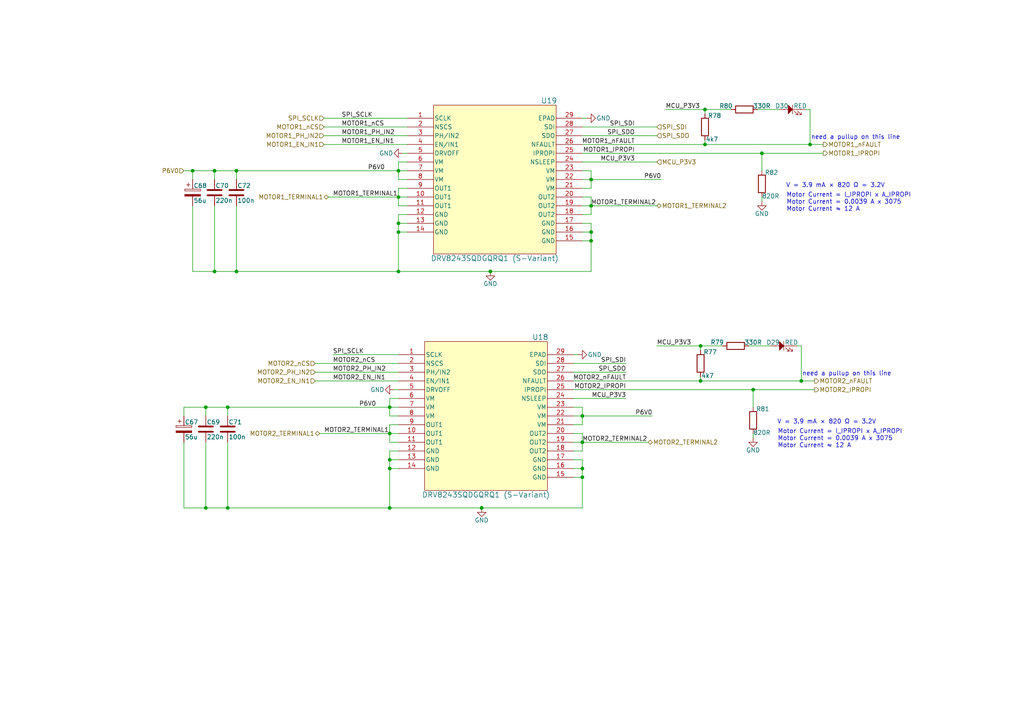
<source format=kicad_sch>
(kicad_sch (version 20250114) (generator "eeschema") (generator_version "9.0")
  (paper "A4")
  (lib_symbols
    (symbol "DRV8243SQDGQRQ1:DRV8243SQDGQRQ1" (pin_names (offset 0.254))
      (property "Reference" "U" (at 25.4 10.16 0))
      (property "Value" "DRV8243SQDGQRQ1" (at 25.4 7.62 0))
      (symbol "DRV8243SQDGQRQ1_0_1"
        (pin input line (at 0 0 0) (length 7.62) (name "SCLK") (number "1"))
        (pin input line (at 0 -2.54 0) (length 7.62) (name "NSCS") (number "2"))
        (pin input line (at 0 -5.08 0) (length 7.62) (name "PH/IN2") (number "3"))
        (pin input line (at 0 -7.62 0) (length 7.62) (name "EN/IN1") (number "4"))
        (pin input line (at 0 -10.16 0) (length 7.62) (name "DRVOFF") (number "5"))
        (pin power_in line (at 0 -12.7 0) (length 7.62) (name "VM") (number "6"))
        (pin power_in line (at 0 -15.24 0) (length 7.62) (name "VM") (number "7"))
        (pin power_in line (at 0 -17.78 0) (length 7.62) (name "VM") (number "8"))
        (pin output line (at 0 -20.32 0) (length 7.62) (name "OUT1") (number "9"))
        (pin output line (at 0 -22.86 0) (length 7.62) (name "OUT1") (number "10"))
        (pin output line (at 0 -25.4 0) (length 7.62) (name "OUT1") (number "11"))
        (pin power_out line (at 0 -27.94 0) (length 7.62) (name "GND") (number "12"))
        (pin power_out line (at 0 -30.48 0) (length 7.62) (name "GND") (number "13"))
        (pin power_out line (at 0 -33.02 0) (length 7.62) (name "GND") (number "14"))
        (pin power_out line (at 50.8 0 180) (length 7.62) (name "EPAD") (number "29"))
        (pin input line (at 50.8 -2.54 180) (length 7.62) (name "SDI") (number "28"))
        (pin output line (at 50.8 -5.08 180) (length 7.62) (name "SDO") (number "27"))
        (pin output line (at 50.8 -7.62 180) (length 7.62) (name "NFAULT") (number "26"))
        (pin bidirectional line (at 50.8 -10.16 180) (length 7.62) (name "IPROPI") (number "25"))
        (pin input line (at 50.8 -12.7 180) (length 7.62) (name "NSLEEP") (number "24"))
        (pin power_in line (at 50.8 -15.24 180) (length 7.62) (name "VM") (number "23"))
        (pin power_in line (at 50.8 -17.78 180) (length 7.62) (name "VM") (number "22"))
        (pin power_in line (at 50.8 -20.32 180) (length 7.62) (name "VM") (number "21"))
        (pin output line (at 50.8 -22.86 180) (length 7.62) (name "OUT2") (number "20"))
        (pin output line (at 50.8 -25.4 180) (length 7.62) (name "OUT2") (number "19"))
        (pin output line (at 50.8 -27.94 180) (length 7.62) (name "OUT2") (number "18"))
        (pin power_out line (at 50.8 -30.48 180) (length 7.62) (name "GND") (number "17"))
        (pin power_out line (at 50.8 -33.02 180) (length 7.62) (name "GND") (number "16"))
        (pin power_out line (at 50.8 -35.56 180) (length 7.62) (name "GND") (number "15"))
      )
      (symbol "DRV8243SQDGQRQ1_1_1"
        (rectangle (start 7.62 3.81) (end 43.18 -39.37) (fill (type background)))
      )
    )
    (symbol "Device:C" (pin_numbers (hide yes)) (pin_names (offset 0.254))
      (property "Reference" "C" (at 0.635 2.54 0))
      (property "Value" "C" (at 0.635 -2.54 0))
      (symbol "C_0_1"
        (polyline (pts (xy -2.032 0.762) (xy 2.032 0.762)) (stroke (width 0.508)))
        (polyline (pts (xy -2.032 -0.762) (xy 2.032 -0.762)) (stroke (width 0.508)))
      )
      (symbol "C_1_1"
        (pin passive line (at 0 3.81 270) (length 2.794) (name "~") (number "1"))
        (pin passive line (at 0 -3.81 90) (length 2.794) (name "~") (number "2"))
      )
    )
    (symbol "Device:C_Polarized" (pin_numbers (hide yes)) (pin_names (offset 0.254))
      (property "Reference" "C" (at 0.635 2.54 0))
      (property "Value" "C_Polarized" (at 0.635 -2.54 0))
      (symbol "C_Polarized_0_1"
        (rectangle (start -2.286 0.508) (end 2.286 1.016))
        (polyline (pts (xy -1.778 2.286) (xy -0.762 2.286)))
        (polyline (pts (xy -1.27 2.794) (xy -1.27 1.778)))
        (rectangle (start 2.286 -0.508) (end -2.286 -1.016) (fill (type outline)))
      )
      (symbol "C_Polarized_1_1"
        (pin passive line (at 0 3.81 270) (length 2.794) (name "~") (number "1"))
        (pin passive line (at 0 -3.81 90) (length 2.794) (name "~") (number "2"))
      )
    )
    (symbol "Device:R" (pin_numbers (hide yes)) (pin_names (offset 0))
      (property "Reference" "R" (at 2.032 0 90))
      (property "Value" "R" (at 0 0 90))
      (symbol "R_0_1"
        (rectangle (start -1.016 -2.54) (end 1.016 2.54) (stroke (width 0.254)))
      )
      (symbol "R_1_1"
        (pin passive line (at 0 3.81 270) (length 1.27) (name "~") (number "1"))
        (pin passive line (at 0 -3.81 90) (length 1.27) (name "~") (number "2"))
      )
    )
    (symbol "PCM_SL_Devices:LED"
      (property "Reference" "D" (at -0.508 5.334 0))
      (property "Value" "LED" (at -0.508 2.794 0))
      (symbol "LED_0_1"
        (polyline (pts (xy -1.27 0) (xy -2.54 0)))
        (polyline (pts (xy 0 1.27) (xy 0 -1.27)))
        (polyline (pts (xy 0 0) (xy -1.27 -1.27) (xy -1.27 1.27) (xy 0 0) (xy 1.27 0)) (fill (type outline)))
        (polyline (pts (xy 0.508 0.508) (xy 1.524 1.524)))
        (polyline (pts (xy 1.27 0) (xy 2.54 0)))
        (polyline (pts (xy 1.524 1.524) (xy 0.889 1.524)))
        (polyline (pts (xy 1.524 1.524) (xy 1.524 0.889)))
        (polyline (pts (xy 1.524 0.508) (xy 2.54 1.524)))
        (polyline (pts (xy 2.54 1.524) (xy 1.905 1.524)))
        (polyline (pts (xy 2.54 1.524) (xy 2.54 0.889)))
      )
      (symbol "LED_1_1"
        (pin passive line (at -3.81 0 0) (length 1.5) (name "") (number "2"))
        (pin passive line (at 3.81 0 180) (length 1.5) (name "~") (number "1"))
      )
    )
    (symbol "power:GND" (power) (pin_numbers (hide yes)) (pin_names (offset 0) (hide yes))
      (property "Value" "GND" (at 0 -3.81 0))
      (symbol "GND_0_1"
        (polyline (pts (xy 0 0) (xy 0 -1.27) (xy 1.27 -1.27) (xy 0 -2.54) (xy -1.27 -1.27) (xy 0 -1.27)))
      )
      (symbol "GND_1_1"
        (pin power_in line (at 0 0 270) (length 0) (name "~") (number "1"))
      )
    )
  )
  (text "Motor Current = I_IPROPI x A_IPROPI\nMotor Current = 0.0039 A x 3075\nMotor Current ≈ 12 A\n\n" (at 225.552 128.27 0) (effects (font (size 1.27 1.27)) (justify left)))
  (text "V = 3.9 mA × 820 Ω = 3.2V" (at 242.316 53.848 0) (effects (font (size 1.27 1.27))))
  (text "need a pullup on this line" (at 248.158 39.878 0) (effects (font (size 1.27 1.27))))
  (text "need a pullup on this line" (at 245.618 108.458 0) (effects (font (size 1.27 1.27))))
  (text "Motor Current = I_IPROPI x A_IPROPI\nMotor Current = 0.0039 A x 3075\nMotor Current ≈ 12 A\n\n" (at 228.092 59.69 0) (effects (font (size 1.27 1.27)) (justify left)))
  (text "V = 3.9 mA × 820 Ω = 3.2V" (at 239.776 122.428 0) (effects (font (size 1.27 1.27))))
  (junction (at 139.7 147.32))
  (junction (at 68.58 78.74))
  (junction (at 113.03 133.35))
  (junction (at 203.2 110.49))
  (junction (at 171.45 59.69))
  (junction (at 66.04 118.11))
  (junction (at 203.2 100.33))
  (junction (at 113.03 118.11))
  (junction (at 171.45 67.31))
  (junction (at 218.44 113.03))
  (junction (at 232.41 110.49))
  (junction (at 168.91 128.27))
  (junction (at 115.57 64.77))
  (junction (at 115.57 67.31))
  (junction (at 204.47 31.75))
  (junction (at 171.45 52.07))
  (junction (at 234.95 41.91))
  (junction (at 171.45 69.85))
  (junction (at 59.69 147.32))
  (junction (at 113.03 147.32))
  (junction (at 113.03 125.73))
  (junction (at 115.57 78.74))
  (junction (at 59.69 118.11))
  (junction (at 168.91 138.43))
  (junction (at 66.04 147.32))
  (junction (at 55.88 49.53))
  (junction (at 204.47 41.91))
  (junction (at 113.03 135.89))
  (junction (at 220.98 44.45))
  (junction (at 168.91 120.65))
  (junction (at 62.23 49.53))
  (junction (at 68.58 49.53))
  (junction (at 115.57 57.15))
  (junction (at 142.24 78.74))
  (junction (at 168.91 135.89))
  (junction (at 62.23 78.74))
  (junction (at 115.57 49.53))
  (wire (pts (xy 91.44 110.49) (xy 115.57 110.49)))
  (wire (pts (xy 115.57 62.23) (xy 118.11 62.23)))
  (wire (pts (xy 166.37 102.87) (xy 167.64 102.87)))
  (wire (pts (xy 113.03 118.11) (xy 115.57 118.11)))
  (wire (pts (xy 66.04 128.27) (xy 66.04 147.32)))
  (wire (pts (xy 113.03 135.89) (xy 115.57 135.89)))
  (wire (pts (xy 204.47 40.64) (xy 204.47 41.91)))
  (wire (pts (xy 113.03 125.73) (xy 115.57 125.73)))
  (wire (pts (xy 91.44 107.95) (xy 115.57 107.95)))
  (wire (pts (xy 190.5 36.83) (xy 168.91 36.83)))
  (wire (pts (xy 168.91 120.65) (xy 168.91 123.19)))
  (wire (pts (xy 113.03 135.89) (xy 113.03 147.32)))
  (wire (pts (xy 113.03 130.81) (xy 115.57 130.81)))
  (wire (pts (xy 171.45 49.53) (xy 171.45 52.07)))
  (wire (pts (xy 115.57 64.77) (xy 118.11 64.77)))
  (wire (pts (xy 115.57 54.61) (xy 115.57 57.15)))
  (wire (pts (xy 168.91 118.11) (xy 168.91 120.65)))
  (wire (pts (xy 168.91 41.91) (xy 204.47 41.91)))
  (wire (pts (xy 115.57 57.15) (xy 118.11 57.15)))
  (wire (pts (xy 53.34 147.32) (xy 59.69 147.32)))
  (wire (pts (xy 115.57 57.15) (xy 115.57 59.69)))
  (wire (pts (xy 115.57 67.31) (xy 115.57 78.74)))
  (wire (pts (xy 234.95 31.75) (xy 234.95 41.91)))
  (wire (pts (xy 234.95 41.91) (xy 238.76 41.91)))
  (wire (pts (xy 59.69 147.32) (xy 66.04 147.32)))
  (wire (pts (xy 220.98 57.15) (xy 220.98 58.42)))
  (wire (pts (xy 59.69 128.27) (xy 59.69 147.32)))
  (wire (pts (xy 55.88 49.53) (xy 62.23 49.53)))
  (wire (pts (xy 66.04 147.32) (xy 113.03 147.32)))
  (wire (pts (xy 113.03 125.73) (xy 113.03 128.27)))
  (wire (pts (xy 93.98 41.91) (xy 118.11 41.91)))
  (wire (pts (xy 166.37 115.57) (xy 181.61 115.57)))
  (wire (pts (xy 93.98 34.29) (xy 118.11 34.29)))
  (wire (pts (xy 68.58 49.53) (xy 115.57 49.53)))
  (wire (pts (xy 115.57 64.77) (xy 115.57 67.31)))
  (wire (pts (xy 217.17 100.33) (xy 223.52 100.33)))
  (wire (pts (xy 53.34 118.11) (xy 59.69 118.11)))
  (wire (pts (xy 168.91 62.23) (xy 171.45 62.23)))
  (wire (pts (xy 113.03 118.11) (xy 113.03 120.65)))
  (wire (pts (xy 168.91 52.07) (xy 171.45 52.07)))
  (wire (pts (xy 168.91 138.43) (xy 168.91 147.32)))
  (wire (pts (xy 190.5 100.33) (xy 203.2 100.33)))
  (wire (pts (xy 55.88 49.53) (xy 55.88 52.07)))
  (wire (pts (xy 114.3 113.03) (xy 115.57 113.03)))
  (wire (pts (xy 168.91 34.29) (xy 170.18 34.29)))
  (wire (pts (xy 62.23 78.74) (xy 68.58 78.74)))
  (wire (pts (xy 113.03 133.35) (xy 115.57 133.35)))
  (wire (pts (xy 203.2 109.22) (xy 203.2 110.49)))
  (wire (pts (xy 113.03 115.57) (xy 115.57 115.57)))
  (wire (pts (xy 168.91 64.77) (xy 171.45 64.77)))
  (wire (pts (xy 115.57 49.53) (xy 118.11 49.53)))
  (wire (pts (xy 113.03 115.57) (xy 113.03 118.11)))
  (wire (pts (xy 142.24 78.74) (xy 171.45 78.74)))
  (wire (pts (xy 55.88 78.74) (xy 62.23 78.74)))
  (wire (pts (xy 115.57 62.23) (xy 115.57 64.77)))
  (wire (pts (xy 232.41 100.33) (xy 232.41 110.49)))
  (wire (pts (xy 190.5 39.37) (xy 168.91 39.37)))
  (wire (pts (xy 168.91 120.65) (xy 189.23 120.65)))
  (wire (pts (xy 166.37 138.43) (xy 168.91 138.43)))
  (wire (pts (xy 113.03 123.19) (xy 113.03 125.73)))
  (wire (pts (xy 166.37 135.89) (xy 168.91 135.89)))
  (wire (pts (xy 168.91 133.35) (xy 168.91 135.89)))
  (wire (pts (xy 204.47 31.75) (xy 204.47 33.02)))
  (wire (pts (xy 166.37 123.19) (xy 168.91 123.19)))
  (wire (pts (xy 193.04 31.75) (xy 204.47 31.75)))
  (wire (pts (xy 55.88 59.69) (xy 55.88 78.74)))
  (wire (pts (xy 218.44 113.03) (xy 236.22 113.03)))
  (wire (pts (xy 166.37 120.65) (xy 168.91 120.65)))
  (wire (pts (xy 218.44 113.03) (xy 218.44 118.11)))
  (wire (pts (xy 116.84 44.45) (xy 118.11 44.45)))
  (wire (pts (xy 231.14 100.33) (xy 232.41 100.33)))
  (wire (pts (xy 166.37 118.11) (xy 168.91 118.11)))
  (wire (pts (xy 171.45 57.15) (xy 171.45 59.69)))
  (wire (pts (xy 93.98 39.37) (xy 118.11 39.37)))
  (wire (pts (xy 115.57 49.53) (xy 115.57 52.07)))
  (wire (pts (xy 187.96 128.27) (xy 168.91 128.27)))
  (wire (pts (xy 59.69 118.11) (xy 59.69 120.65)))
  (wire (pts (xy 53.34 49.53) (xy 55.88 49.53)))
  (wire (pts (xy 93.98 36.83) (xy 118.11 36.83)))
  (wire (pts (xy 113.03 125.73) (xy 92.71 125.73)))
  (wire (pts (xy 62.23 49.53) (xy 62.23 52.07)))
  (wire (pts (xy 168.91 54.61) (xy 171.45 54.61)))
  (wire (pts (xy 113.03 147.32) (xy 139.7 147.32)))
  (wire (pts (xy 115.57 46.99) (xy 118.11 46.99)))
  (wire (pts (xy 66.04 118.11) (xy 113.03 118.11)))
  (wire (pts (xy 168.91 135.89) (xy 168.91 138.43)))
  (wire (pts (xy 113.03 120.65) (xy 115.57 120.65)))
  (wire (pts (xy 168.91 44.45) (xy 220.98 44.45)))
  (wire (pts (xy 171.45 69.85) (xy 171.45 78.74)))
  (wire (pts (xy 113.03 133.35) (xy 113.03 135.89)))
  (wire (pts (xy 96.52 102.87) (xy 115.57 102.87)))
  (wire (pts (xy 181.61 105.41) (xy 166.37 105.41)))
  (wire (pts (xy 171.45 59.69) (xy 171.45 62.23)))
  (wire (pts (xy 115.57 78.74) (xy 142.24 78.74)))
  (wire (pts (xy 68.58 78.74) (xy 115.57 78.74)))
  (wire (pts (xy 115.57 57.15) (xy 95.25 57.15)))
  (wire (pts (xy 203.2 100.33) (xy 203.2 101.6)))
  (wire (pts (xy 139.7 147.32) (xy 168.91 147.32)))
  (wire (pts (xy 62.23 49.53) (xy 68.58 49.53)))
  (wire (pts (xy 171.45 64.77) (xy 171.45 67.31)))
  (wire (pts (xy 168.91 46.99) (xy 190.5 46.99)))
  (wire (pts (xy 219.71 31.75) (xy 226.06 31.75)))
  (wire (pts (xy 220.98 44.45) (xy 238.76 44.45)))
  (wire (pts (xy 91.44 105.41) (xy 115.57 105.41)))
  (wire (pts (xy 220.98 44.45) (xy 220.98 49.53)))
  (wire (pts (xy 115.57 52.07) (xy 118.11 52.07)))
  (wire (pts (xy 53.34 118.11) (xy 53.34 120.65)))
  (wire (pts (xy 181.61 107.95) (xy 166.37 107.95)))
  (wire (pts (xy 233.68 31.75) (xy 234.95 31.75)))
  (wire (pts (xy 115.57 54.61) (xy 118.11 54.61)))
  (wire (pts (xy 190.5 59.69) (xy 171.45 59.69)))
  (wire (pts (xy 171.45 67.31) (xy 171.45 69.85)))
  (wire (pts (xy 232.41 110.49) (xy 236.22 110.49)))
  (wire (pts (xy 68.58 59.69) (xy 68.58 78.74)))
  (wire (pts (xy 66.04 118.11) (xy 66.04 120.65)))
  (wire (pts (xy 218.44 125.73) (xy 218.44 127)))
  (wire (pts (xy 168.91 57.15) (xy 171.45 57.15)))
  (wire (pts (xy 203.2 100.33) (xy 209.55 100.33)))
  (wire (pts (xy 204.47 41.91) (xy 234.95 41.91)))
  (wire (pts (xy 113.03 130.81) (xy 113.03 133.35)))
  (wire (pts (xy 115.57 67.31) (xy 118.11 67.31)))
  (wire (pts (xy 168.91 69.85) (xy 171.45 69.85)))
  (wire (pts (xy 166.37 130.81) (xy 168.91 130.81)))
  (wire (pts (xy 166.37 125.73) (xy 168.91 125.73)))
  (wire (pts (xy 168.91 125.73) (xy 168.91 128.27)))
  (wire (pts (xy 166.37 133.35) (xy 168.91 133.35)))
  (wire (pts (xy 203.2 110.49) (xy 232.41 110.49)))
  (wire (pts (xy 168.91 67.31) (xy 171.45 67.31)))
  (wire (pts (xy 171.45 52.07) (xy 171.45 54.61)))
  (wire (pts (xy 115.57 46.99) (xy 115.57 49.53)))
  (wire (pts (xy 166.37 113.03) (xy 218.44 113.03)))
  (wire (pts (xy 168.91 59.69) (xy 171.45 59.69)))
  (wire (pts (xy 168.91 49.53) (xy 171.45 49.53)))
  (wire (pts (xy 113.03 128.27) (xy 115.57 128.27)))
  (wire (pts (xy 68.58 49.53) (xy 68.58 52.07)))
  (wire (pts (xy 166.37 110.49) (xy 203.2 110.49)))
  (wire (pts (xy 53.34 128.27) (xy 53.34 147.32)))
  (wire (pts (xy 62.23 59.69) (xy 62.23 78.74)))
  (wire (pts (xy 113.03 123.19) (xy 115.57 123.19)))
  (wire (pts (xy 171.45 52.07) (xy 191.77 52.07)))
  (wire (pts (xy 166.37 128.27) (xy 168.91 128.27)))
  (wire (pts (xy 204.47 31.75) (xy 212.09 31.75)))
  (wire (pts (xy 59.69 118.11) (xy 66.04 118.11)))
  (wire (pts (xy 115.57 59.69) (xy 118.11 59.69)))
  (wire (pts (xy 168.91 128.27) (xy 168.91 130.81)))
  (label "SPI_SCLK" (at 99.06 34.29 0))
  (label "SPI_SCLK" (at 96.52 102.87 0))
  (label "P6V0" (at 191.77 52.07 180))
  (label "MCU_P3V3" (at 184.15 46.99 180))
  (label "MOTOR1_EN_IN1" (at 99.06 41.91 0))
  (label "MOTOR1_TERMINAL2" (at 171.45 59.69 0))
  (label "MOTOR2_EN_IN1" (at 96.52 110.49 0))
  (label "SPI_SDI" (at 181.61 105.41 180))
  (label "P6V0" (at 189.23 120.65 180))
  (label "SPI_SDO" (at 184.15 39.37 180))
  (label "P6V0" (at 106.68 49.53 0))
  (label "MOTOR1_PH_IN2" (at 99.06 39.37 0))
  (label "MOTOR1_nCS" (at 99.06 36.83 0))
  (label "MOTOR2_nCS" (at 96.52 105.41 0))
  (label "MOTOR1_TERMINAL1" (at 96.52 57.15 0))
  (label "SPI_SDI" (at 184.15 36.83 180))
  (label "MOTOR2_TERMINAL2" (at 168.91 128.27 0))
  (label "MCU_P3V3" (at 190.5 100.33 0))
  (label "MOTOR2_PH_IN2" (at 96.52 107.95 0))
  (label "MOTOR1_nFAULT" (at 184.15 41.91 180))
  (label "SPI_SDO" (at 181.61 107.95 180))
  (label "MOTOR1_IPROPI" (at 184.15 44.45 180))
  (label "MCU_P3V3" (at 193.04 31.75 0))
  (label "MOTOR2_TERMINAL1" (at 93.98 125.73 0))
  (label "MCU_P3V3" (at 181.61 115.57 180))
  (label "MOTOR2_nFAULT" (at 181.61 110.49 180))
  (label "P6V0" (at 104.14 118.11 0))
  (label "MOTOR2_IPROPI" (at 181.61 113.03 180))
  (hierarchical_label "MOTOR1_TERMINAL2" (shape bidirectional) (at 190.5 59.69 0))
  (hierarchical_label "MOTOR2_nFAULT" (shape output) (at 236.22 110.49 0))
  (hierarchical_label "MOTOR1_PH_IN2" (shape input) (at 93.98 39.37 180))
  (hierarchical_label "MCU_P3V3" (shape input) (at 190.5 46.99 0))
  (hierarchical_label "MOTOR2_TERMINAL2" (shape bidirectional) (at 187.96 128.27 0))
  (hierarchical_label "MOTOR2_TERMINAL1" (shape bidirectional) (at 92.71 125.73 180))
  (hierarchical_label "MOTOR1_nCS" (shape input) (at 93.98 36.83 180))
  (hierarchical_label "MOTOR1_EN_IN1" (shape input) (at 93.98 41.91 180))
  (hierarchical_label "MOTOR1_TERMINAL1" (shape bidirectional) (at 95.25 57.15 180))
  (hierarchical_label "SPI_SCLK" (shape input) (at 93.98 34.29 180))
  (hierarchical_label "MOTOR2_PH_IN2" (shape input) (at 91.44 107.95 180))
  (hierarchical_label "MOTOR1_IPROPI" (shape output) (at 238.76 44.45 0))
  (hierarchical_label "SPI_SDO" (shape input) (at 190.5 39.37 0))
  (hierarchical_label "SPI_SDI" (shape input) (at 190.5 36.83 0))
  (hierarchical_label "MOTOR2_IPROPI" (shape output) (at 236.22 113.03 0))
  (hierarchical_label "MOTOR2_EN_IN1" (shape input) (at 91.44 110.49 180))
  (hierarchical_label "MOTOR2_nCS" (shape input) (at 91.44 105.41 180))
  (hierarchical_label "MOTOR1_nFAULT" (shape output) (at 238.76 41.91 0))
  (hierarchical_label "P6V0" (shape input) (at 53.34 49.53 180))
  (symbol (lib_id "Device:C") (at 68.58 55.88 0) (unit 1)
    (property "Reference" "C72" (at 68.834 53.848 0) (effects (justify left)))
    (property "Value" "100n" (at 68.834 58.166 0) (effects (justify left)))
    (property "Description" "Unpolarized capacitor" (effects (hide yes)))
  )
  (symbol (lib_id "Device:R") (at 213.36 100.33 90) (unit 1)
    (property "Reference" "R79" (at 208.026 99.314 90))
    (property "Value" "330R" (at 218.44 99.314 90))
    (property "Description" "Resistor" (effects (hide yes)))
  )
  (symbol (lib_id "power:GND") (at 116.84 44.45 270) (unit 1)
    (property "Reference" "#PWR043" (effects (hide yes)))
    (property "Value" "GND" (at 114.046 44.45 90) (effects (justify right)))
    (property "Description" "Power symbol creates a global label with name \"GND\" , ground" (effects (hide yes)))
  )
  (symbol (lib_id "power:GND") (at 167.64 102.87 90) (unit 1)
    (property "Reference" "#PWR046" (effects (hide yes)))
    (property "Value" "GND" (at 170.434 102.87 90) (effects (justify right)))
    (property "Description" "Power symbol creates a global label with name \"GND\" , ground" (effects (hide yes)))
  )
  (symbol (lib_id "Device:R") (at 215.9 31.75 90) (unit 1)
    (property "Reference" "R80" (at 210.566 30.734 90))
    (property "Value" "330R" (at 220.98 30.734 90))
    (property "Description" "Resistor" (effects (hide yes)))
  )
  (symbol (lib_id "power:GND") (at 170.18 34.29 90) (unit 1)
    (property "Reference" "#PWR047" (effects (hide yes)))
    (property "Value" "GND" (at 172.974 34.29 90) (effects (justify right)))
    (property "Description" "Power symbol creates a global label with name \"GND\" , ground" (effects (hide yes)))
  )
  (symbol (lib_id "Device:C") (at 62.23 55.88 0) (unit 1)
    (property "Reference" "C70" (at 62.484 53.848 0) (effects (justify left)))
    (property "Value" "220n" (at 62.484 58.166 0) (effects (justify left)))
    (property "Description" "Unpolarized capacitor" (effects (hide yes)))
  )
  (symbol (lib_id "Device:C_Polarized") (at 55.88 55.88 0) (unit 1)
    (property "Reference" "C68" (at 56.134 53.848 0) (effects (justify left)))
    (property "Value" "56u" (at 56.134 58.166 0) (effects (justify left)))
    (property "Description" "Polarized capacitor" (effects (hide yes)))
  )
  (symbol (lib_id "DRV8243SQDGQRQ1:DRV8243SQDGQRQ1") (at 118.11 34.29 0) (unit 1)
    (property "Reference" "U19" (at 159.258 29.21 0) (effects (font (size 1.524 1.524))))
    (property "Value" "DRV8243SQDGQRQ1 (S-Variant)" (at 143.51 74.93 0) (effects (font (size 1.524 1.524))))
    (property "Footprint" "DRV8243SQDGQRQ1:SOP50P490X110-29N" (effects (hide yes)))
    (property "Datasheet" "https://www.ti.com/lit/gpn/drv8243-q1" (effects (hide yes)))
  )
  (symbol (lib_id "Device:C_Polarized") (at 53.34 124.46 0) (unit 1)
    (property "Reference" "C67" (at 53.594 122.428 0) (effects (justify left)))
    (property "Value" "56u" (at 53.594 126.746 0) (effects (justify left)))
    (property "Description" "Polarized capacitor" (effects (hide yes)))
  )
  (symbol (lib_id "DRV8243SQDGQRQ1:DRV8243SQDGQRQ1") (at 115.57 102.87 0) (unit 1)
    (property "Reference" "U18" (at 156.718 97.79 0) (effects (font (size 1.524 1.524))))
    (property "Value" "DRV8243SQDGQRQ1 (S-Variant)" (at 140.97 143.51 0) (effects (font (size 1.524 1.524))))
    (property "Footprint" "DRV8243SQDGQRQ1:SOP50P490X110-29N" (effects (hide yes)))
    (property "Datasheet" "https://www.ti.com/lit/gpn/drv8243-q1" (effects (hide yes)))
  )
  (symbol (lib_id "Device:R") (at 220.98 53.34 0) (unit 1)
    (property "Reference" "R82" (at 223.774 50.038 0))
    (property "Value" "820R" (at 223.52 56.896 0))
    (property "Description" "Resistor" (effects (hide yes)))
  )
  (symbol (lib_id "PCM_SL_Devices:LED") (at 229.87 31.75 0) (mirror x) (unit 1)
    (property "Reference" "D30" (at 224.79 30.734 0) (effects (justify left)))
    (property "Value" "RED" (at 230.124 30.734 0) (effects (justify left)))
    (property "Footprint" "ASMM-CR03-BU802:LEDM3528X210N" (effects (hide yes)))
    (property "Description" "Common 5mm diameter LED" (effects (hide yes)))
    (property "Link" "https://mou.sr/460BFB7" (effects (hide yes)))
    (property "Manufacturer Part Number" "ASMM-CR03-BU802" (effects (hide yes)))
    (property "Price per Unit" "0.32" (effects (hide yes)))
    (property "Supplier" "Mouser" (effects (hide yes)))
    (property "Supplier Part Number" " 630-ASMM-CR03-BU802" (effects (hide yes)))
  )
  (symbol (lib_id "Device:R") (at 203.2 105.41 0) (unit 1)
    (property "Reference" "R77" (at 205.994 102.108 0))
    (property "Value" "4k7" (at 205.232 108.966 0))
    (property "Description" "Resistor" (effects (hide yes)))
  )
  (symbol (lib_id "power:GND") (at 139.7 147.32 0) (unit 1)
    (property "Reference" "#PWR044" (effects (hide yes)))
    (property "Value" "GND" (at 141.732 150.876 0) (effects (justify right)))
    (property "Description" "Power symbol creates a global label with name \"GND\" , ground" (effects (hide yes)))
  )
  (symbol (lib_id "Device:C") (at 66.04 124.46 0) (unit 1)
    (property "Reference" "C71" (at 66.294 122.428 0) (effects (justify left)))
    (property "Value" "100n" (at 66.294 126.746 0) (effects (justify left)))
    (property "Description" "Unpolarized capacitor" (effects (hide yes)))
  )
  (symbol (lib_id "power:GND") (at 220.98 58.42 0) (unit 1)
    (property "Reference" "#PWR049" (effects (hide yes)))
    (property "Value" "GND" (at 223.012 61.976 0) (effects (justify right)))
    (property "Description" "Power symbol creates a global label with name \"GND\" , ground" (effects (hide yes)))
  )
  (symbol (lib_id "power:GND") (at 114.3 113.03 270) (unit 1)
    (property "Reference" "#PWR042" (effects (hide yes)))
    (property "Value" "GND" (at 111.506 113.03 90) (effects (justify right)))
    (property "Description" "Power symbol creates a global label with name \"GND\" , ground" (effects (hide yes)))
  )
  (symbol (lib_id "Device:C") (at 59.69 124.46 0) (unit 1)
    (property "Reference" "C69" (at 59.944 122.428 0) (effects (justify left)))
    (property "Value" "220n" (at 59.944 126.746 0) (effects (justify left)))
    (property "Description" "Unpolarized capacitor" (effects (hide yes)))
  )
  (symbol (lib_id "PCM_SL_Devices:LED") (at 227.33 100.33 0) (mirror x) (unit 1)
    (property "Reference" "D29" (at 222.25 99.314 0) (effects (justify left)))
    (property "Value" "RED" (at 227.584 99.314 0) (effects (justify left)))
    (property "Footprint" "ASMM-CR03-BU802:LEDM3528X210N" (effects (hide yes)))
    (property "Description" "Common 5mm diameter LED" (effects (hide yes)))
    (property "Link" "https://mou.sr/460BFB7" (effects (hide yes)))
    (property "Manufacturer Part Number" "ASMM-CR03-BU802" (effects (hide yes)))
    (property "Price per Unit" "0.32" (effects (hide yes)))
    (property "Supplier" "Mouser" (effects (hide yes)))
    (property "Supplier Part Number" " 630-ASMM-CR03-BU802" (effects (hide yes)))
  )
  (symbol (lib_id "power:GND") (at 218.44 127 0) (unit 1)
    (property "Reference" "#PWR048" (effects (hide yes)))
    (property "Value" "GND" (at 220.472 130.556 0) (effects (justify right)))
    (property "Description" "Power symbol creates a global label with name \"GND\" , ground" (effects (hide yes)))
  )
  (symbol (lib_id "Device:R") (at 218.44 121.92 0) (unit 1)
    (property "Reference" "R81" (at 221.234 118.618 0))
    (property "Value" "820R" (at 220.98 125.476 0))
    (property "Description" "Resistor" (effects (hide yes)))
  )
  (symbol (lib_id "Device:R") (at 204.47 36.83 0) (unit 1)
    (property "Reference" "R78" (at 207.264 33.528 0))
    (property "Value" "4k7" (at 206.502 40.386 0))
    (property "Description" "Resistor" (effects (hide yes)))
  )
  (symbol (lib_id "power:GND") (at 142.24 78.74 0) (unit 1)
    (property "Reference" "#PWR045" (effects (hide yes)))
    (property "Value" "GND" (at 144.272 82.296 0) (effects (justify right)))
    (property "Description" "Power symbol creates a global label with name \"GND\" , ground" (effects (hide yes)))
  )
)
</source>
